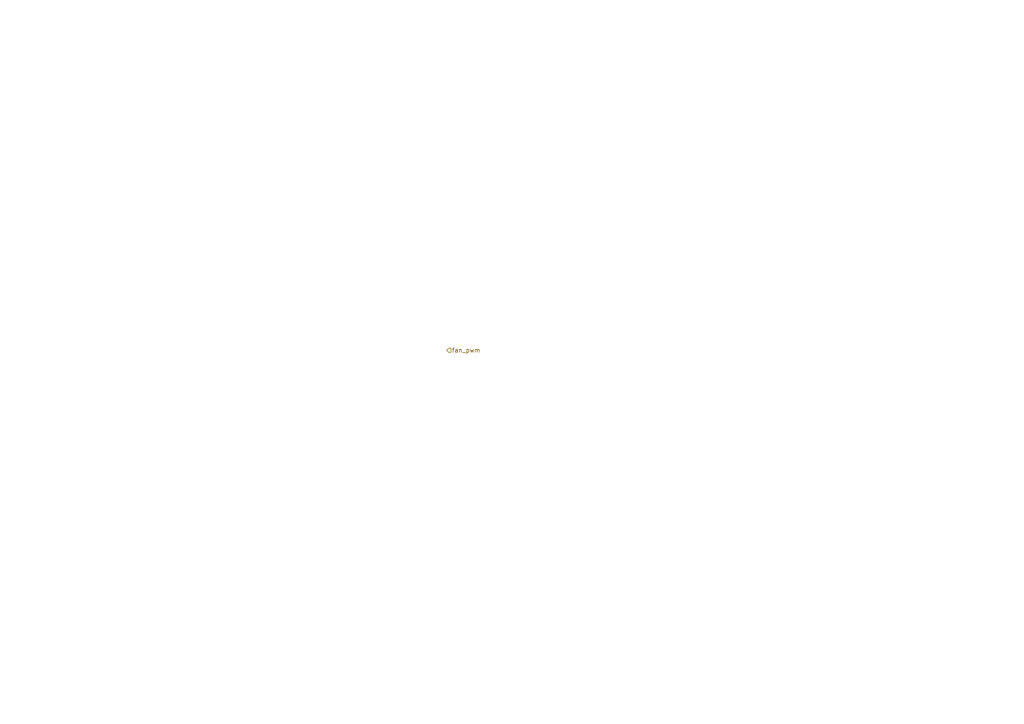
<source format=kicad_sch>
(kicad_sch
	(version 20231120)
	(generator "eeschema")
	(generator_version "8.0")
	(uuid "1dfec818-cc68-4c62-8398-b1f1ceba8575")
	(paper "A4")
	(lib_symbols)
	(hierarchical_label "fan_pwm"
		(shape input)
		(at 129.54 101.6 0)
		(effects
			(font
				(size 1.27 1.27)
			)
			(justify left)
		)
		(uuid "907b0bdc-95b6-43da-9b06-da360108904e")
	)
)

</source>
